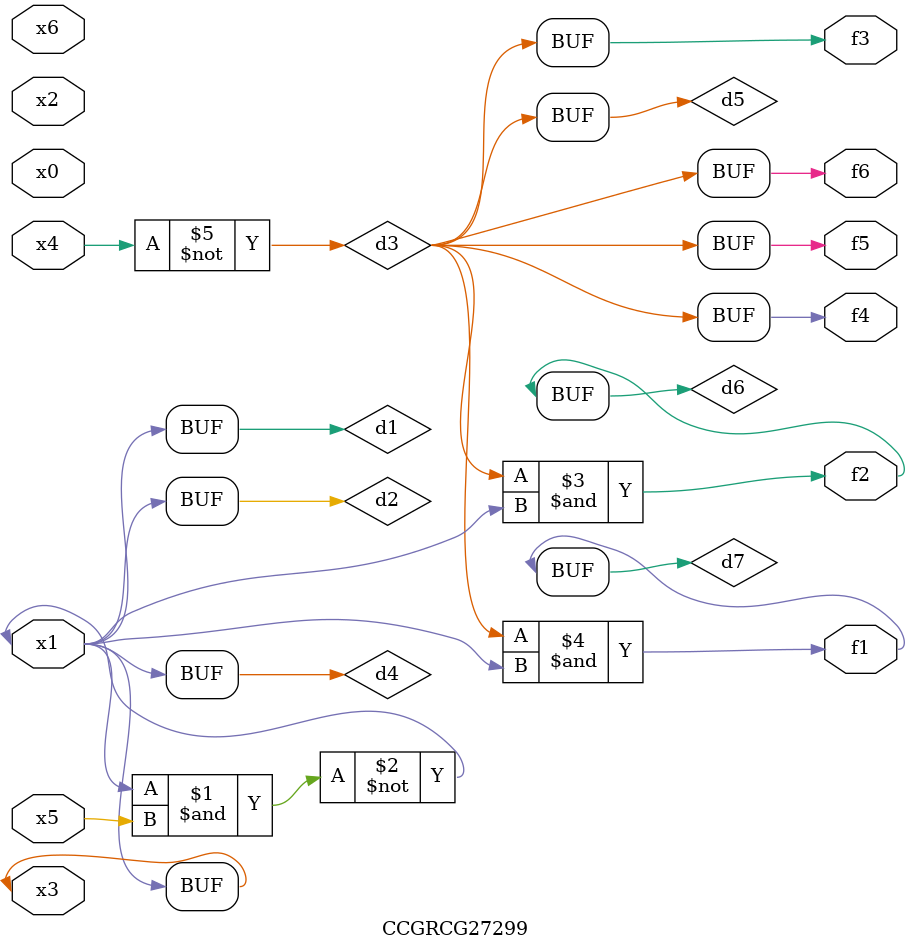
<source format=v>
module CCGRCG27299(
	input x0, x1, x2, x3, x4, x5, x6,
	output f1, f2, f3, f4, f5, f6
);

	wire d1, d2, d3, d4, d5, d6, d7;

	buf (d1, x1, x3);
	nand (d2, x1, x5);
	not (d3, x4);
	buf (d4, d1, d2);
	buf (d5, d3);
	and (d6, d3, d4);
	and (d7, d3, d4);
	assign f1 = d7;
	assign f2 = d6;
	assign f3 = d5;
	assign f4 = d5;
	assign f5 = d5;
	assign f6 = d5;
endmodule

</source>
